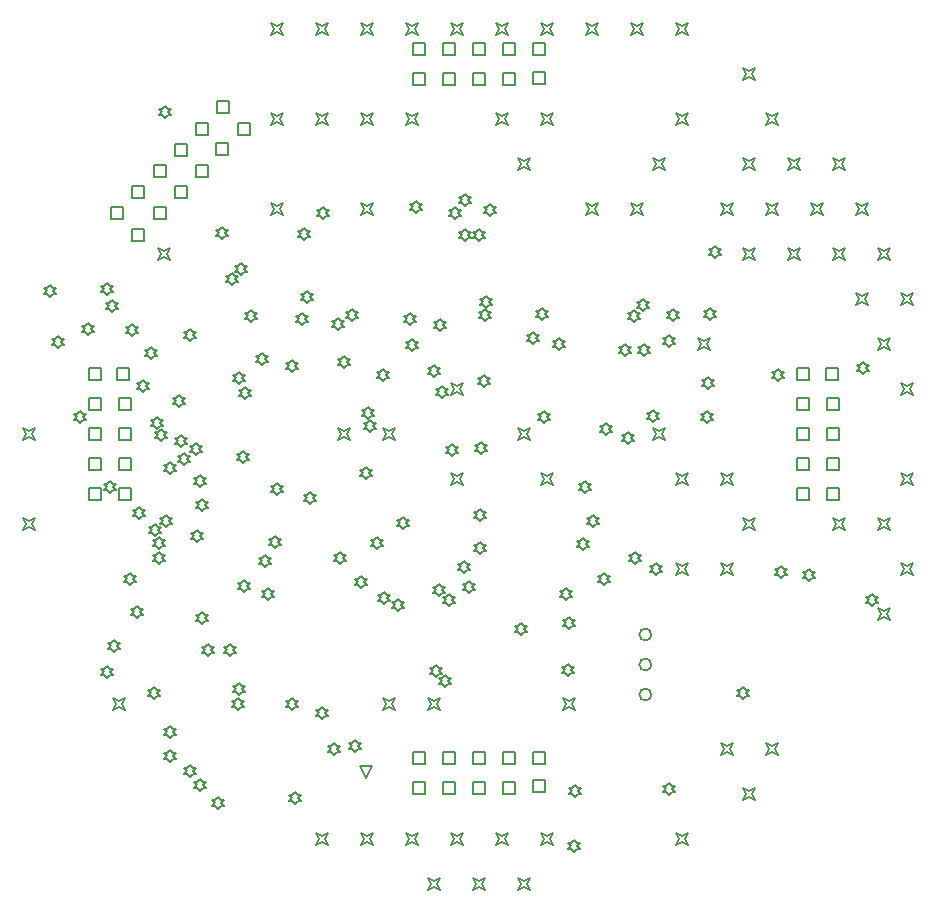
<source format=gbr>
%TF.GenerationSoftware,Altium Limited,Altium Designer,18.1.6 (161)*%
G04 Layer_Color=2752767*
%FSLAX25Y25*%
%MOIN*%
%TF.FileFunction,Drawing*%
%TF.Part,Single*%
G01*
G75*
%TA.AperFunction,NonConductor*%
%ADD93C,0.00500*%
%ADD94C,0.00667*%
D93*
X194850Y292961D02*
Y296961D01*
X198850D01*
Y292961D01*
X194850D01*
Y302961D02*
Y306961D01*
X198850D01*
Y302961D01*
X194850D01*
Y312961D02*
Y316961D01*
X198850D01*
Y312961D01*
X194850D01*
Y322961D02*
Y326961D01*
X198850D01*
Y322961D01*
X194850D01*
X194350Y332961D02*
Y336961D01*
X198350D01*
Y332961D01*
X194350D01*
X184850D02*
Y336961D01*
X188850D01*
Y332961D01*
X184850D01*
Y322961D02*
Y326961D01*
X188850D01*
Y322961D01*
X184850D01*
Y312961D02*
Y316961D01*
X188850D01*
Y312961D01*
X184850D01*
Y302961D02*
Y306961D01*
X188850D01*
Y302961D01*
X184850D01*
Y292961D02*
Y296961D01*
X188850D01*
Y292961D01*
X184850D01*
X421071D02*
Y296961D01*
X425071D01*
Y292961D01*
X421071D01*
Y302961D02*
Y306961D01*
X425071D01*
Y302961D01*
X421071D01*
Y312961D02*
Y316961D01*
X425071D01*
Y312961D01*
X421071D01*
Y322961D02*
Y326961D01*
X425071D01*
Y322961D01*
X421071D01*
Y332961D02*
Y336961D01*
X425071D01*
Y332961D01*
X421071D01*
X430571D02*
Y336961D01*
X434571D01*
Y332961D01*
X430571D01*
X431071Y322961D02*
Y326961D01*
X435071D01*
Y322961D01*
X431071D01*
Y312961D02*
Y316961D01*
X435071D01*
Y312961D01*
X431071D01*
Y302961D02*
Y306961D01*
X435071D01*
Y302961D01*
X431071D01*
Y292961D02*
Y296961D01*
X435071D01*
Y292961D01*
X431071D01*
X277327Y200153D02*
X275327Y204153D01*
X279327D01*
X277327Y200153D01*
X227713Y421713D02*
Y425713D01*
X231713D01*
Y421713D01*
X227713D01*
X234784Y414642D02*
Y418642D01*
X238784D01*
Y414642D01*
X234784D01*
X199429Y379287D02*
Y383287D01*
X203429D01*
Y379287D01*
X199429D01*
X206500Y386358D02*
Y390358D01*
X210500D01*
Y386358D01*
X206500D01*
X213571Y393429D02*
Y397429D01*
X217571D01*
Y393429D01*
X213571D01*
X220642Y400500D02*
Y404500D01*
X224642D01*
Y400500D01*
X220642D01*
X227360Y407925D02*
Y411925D01*
X231360D01*
Y407925D01*
X227360D01*
X220642Y414642D02*
Y418642D01*
X224642D01*
Y414642D01*
X220642D01*
X213571Y407571D02*
Y411571D01*
X217571D01*
Y407571D01*
X213571D01*
X206500Y400500D02*
Y404500D01*
X210500D01*
Y400500D01*
X206500D01*
X199429Y393429D02*
Y397429D01*
X203429D01*
Y393429D01*
X199429D01*
X192358Y386358D02*
Y390358D01*
X196358D01*
Y386358D01*
X192358D01*
X292961Y431071D02*
Y435071D01*
X296961D01*
Y431071D01*
X292961D01*
X302961D02*
Y435071D01*
X306961D01*
Y431071D01*
X302961D01*
X312961D02*
Y435071D01*
X316961D01*
Y431071D01*
X312961D01*
X322961D02*
Y435071D01*
X326961D01*
Y431071D01*
X322961D01*
X332961Y431571D02*
Y435571D01*
X336961D01*
Y431571D01*
X332961D01*
Y441071D02*
Y445071D01*
X336961D01*
Y441071D01*
X332961D01*
X322961D02*
Y445071D01*
X326961D01*
Y441071D01*
X322961D01*
X312961D02*
Y445071D01*
X316961D01*
Y441071D01*
X312961D01*
X302961D02*
Y445071D01*
X306961D01*
Y441071D01*
X302961D01*
X292961D02*
Y445071D01*
X296961D01*
Y441071D01*
X292961D01*
Y194850D02*
Y198850D01*
X296961D01*
Y194850D01*
X292961D01*
X302961D02*
Y198850D01*
X306961D01*
Y194850D01*
X302961D01*
X312961D02*
Y198850D01*
X316961D01*
Y194850D01*
X312961D01*
X322961D02*
Y198850D01*
X326961D01*
Y194850D01*
X322961D01*
X332961Y195350D02*
Y199350D01*
X336961D01*
Y195350D01*
X332961D01*
Y204850D02*
Y208850D01*
X336961D01*
Y204850D01*
X332961D01*
X322961D02*
Y208850D01*
X326961D01*
Y204850D01*
X322961D01*
X312961D02*
Y208850D01*
X316961D01*
Y204850D01*
X312961D01*
X302961D02*
Y208850D01*
X306961D01*
Y204850D01*
X302961D01*
X292961D02*
Y208850D01*
X296961D01*
Y204850D01*
X292961D01*
X203039Y329000D02*
X204039Y330000D01*
X205039D01*
X204039Y331000D01*
X205039Y332000D01*
X204039D01*
X203039Y333000D01*
X202039Y332000D01*
X201039D01*
X202039Y331000D01*
X201039Y330000D01*
X202039D01*
X203039Y329000D01*
X266500Y208000D02*
X267500Y209000D01*
X268500D01*
X267500Y210000D01*
X268500Y211000D01*
X267500D01*
X266500Y212000D01*
X265500Y211000D01*
X264500D01*
X265500Y210000D01*
X264500Y209000D01*
X265500D01*
X266500Y208000D01*
X252500Y223000D02*
X253500Y224000D01*
X254500D01*
X253500Y225000D01*
X254500Y226000D01*
X253500D01*
X252500Y227000D01*
X251500Y226000D01*
X250500D01*
X251500Y225000D01*
X250500Y224000D01*
X251500D01*
X252500Y223000D01*
X262500Y220000D02*
X263500Y221000D01*
X264500D01*
X263500Y222000D01*
X264500Y223000D01*
X263500D01*
X262500Y224000D01*
X261500Y223000D01*
X260500D01*
X261500Y222000D01*
X260500Y221000D01*
X261500D01*
X262500Y220000D01*
X273500Y209000D02*
X274500Y210000D01*
X275500D01*
X274500Y211000D01*
X275500Y212000D01*
X274500D01*
X273500Y213000D01*
X272500Y212000D01*
X271500D01*
X272500Y211000D01*
X271500Y210000D01*
X272500D01*
X273500Y209000D01*
X288000Y256000D02*
X289000Y257000D01*
X290000D01*
X289000Y258000D01*
X290000Y259000D01*
X289000D01*
X288000Y260000D01*
X287000Y259000D01*
X286000D01*
X287000Y258000D01*
X286000Y257000D01*
X287000D01*
X288000Y256000D01*
X378311Y194473D02*
X379311Y195473D01*
X380311D01*
X379311Y196473D01*
X380311Y197473D01*
X379311D01*
X378311Y198473D01*
X377311Y197473D01*
X376311D01*
X377311Y196473D01*
X376311Y195473D01*
X377311D01*
X378311Y194473D01*
X218500Y200654D02*
X219500Y201654D01*
X220500D01*
X219500Y202654D01*
X220500Y203654D01*
X219500D01*
X218500Y204654D01*
X217500Y203654D01*
X216500D01*
X217500Y202654D01*
X216500Y201654D01*
X217500D01*
X218500Y200654D01*
X222000Y196000D02*
X223000Y197000D01*
X224000D01*
X223000Y198000D01*
X224000Y199000D01*
X223000D01*
X222000Y200000D01*
X221000Y199000D01*
X220000D01*
X221000Y198000D01*
X220000Y197000D01*
X221000D01*
X222000Y196000D01*
X228000Y190000D02*
X229000Y191000D01*
X230000D01*
X229000Y192000D01*
X230000Y193000D01*
X229000D01*
X228000Y194000D01*
X227000Y193000D01*
X226000D01*
X227000Y192000D01*
X226000Y191000D01*
X227000D01*
X228000Y190000D01*
X212000Y205500D02*
X213000Y206500D01*
X214000D01*
X213000Y207500D01*
X214000Y208500D01*
X213000D01*
X212000Y209500D01*
X211000Y208500D01*
X210000D01*
X211000Y207500D01*
X210000Y206500D01*
X211000D01*
X212000Y205500D01*
X190851Y233550D02*
X191851Y234550D01*
X192851D01*
X191851Y235550D01*
X192851Y236550D01*
X191851D01*
X190851Y237550D01*
X189851Y236550D01*
X188851D01*
X189851Y235550D01*
X188851Y234550D01*
X189851D01*
X190851Y233550D01*
X193265Y242016D02*
X194265Y243016D01*
X195265D01*
X194265Y244016D01*
X195265Y245016D01*
X194265D01*
X193265Y246016D01*
X192265Y245016D01*
X191265D01*
X192265Y244016D01*
X191265Y243016D01*
X192265D01*
X193265Y242016D01*
X455500Y358000D02*
X456500Y360000D01*
X455500Y362000D01*
X457500Y361000D01*
X459500Y362000D01*
X458500Y360000D01*
X459500Y358000D01*
X457500Y359000D01*
X455500Y358000D01*
X172000Y360500D02*
X173000Y361500D01*
X174000D01*
X173000Y362500D01*
X174000Y363500D01*
X173000D01*
X172000Y364500D01*
X171000Y363500D01*
X170000D01*
X171000Y362500D01*
X170000Y361500D01*
X171000D01*
X172000Y360500D01*
X210418Y420208D02*
X211418Y421208D01*
X212418D01*
X211418Y422208D01*
X212418Y423208D01*
X211418D01*
X210418Y424208D01*
X209418Y423208D01*
X208418D01*
X209418Y422208D01*
X208418Y421208D01*
X209418D01*
X210418Y420208D01*
X182000Y318407D02*
X183000Y319407D01*
X184000D01*
X183000Y320407D01*
X184000Y321407D01*
X183000D01*
X182000Y322407D01*
X181000Y321407D01*
X180000D01*
X181000Y320407D01*
X180000Y319407D01*
X181000D01*
X182000Y318407D01*
X236280Y305055D02*
X237280Y306055D01*
X238280D01*
X237280Y307055D01*
X238280Y308055D01*
X237280D01*
X236280Y309055D01*
X235279Y308055D01*
X234279D01*
X235279Y307055D01*
X234279Y306055D01*
X235279D01*
X236280Y305055D01*
X222642Y251500D02*
X223642Y252500D01*
X224642D01*
X223642Y253500D01*
X224642Y254500D01*
X223642D01*
X222642Y255500D01*
X221642Y254500D01*
X220642D01*
X221642Y253500D01*
X220642Y252500D01*
X221642D01*
X222642Y251500D01*
X208400Y271500D02*
X209400Y272500D01*
X210400D01*
X209400Y273500D01*
X210400Y274500D01*
X209400D01*
X208400Y275500D01*
X207400Y274500D01*
X206400D01*
X207400Y273500D01*
X206400Y272500D01*
X207400D01*
X208400Y271500D01*
X199242Y347500D02*
X200242Y348500D01*
X201242D01*
X200242Y349500D01*
X201242Y350500D01*
X200242D01*
X199242Y351500D01*
X198242Y350500D01*
X197242D01*
X198242Y349500D01*
X197242Y348500D01*
X198242D01*
X199242Y347500D01*
X403000Y226500D02*
X404000Y227500D01*
X405000D01*
X404000Y228500D01*
X405000Y229500D01*
X404000D01*
X403000Y230500D01*
X402000Y229500D01*
X401000D01*
X402000Y228500D01*
X401000Y227500D01*
X402000D01*
X403000Y226500D01*
X446000Y257500D02*
X447000Y258500D01*
X448000D01*
X447000Y259500D01*
X448000Y260500D01*
X447000D01*
X446000Y261500D01*
X445000Y260500D01*
X444000D01*
X445000Y259500D01*
X444000Y258500D01*
X445000D01*
X446000Y257500D01*
X283394Y258280D02*
X284394Y259280D01*
X285394D01*
X284394Y260280D01*
X285394Y261280D01*
X284394D01*
X283394Y262280D01*
X282394Y261280D01*
X281394D01*
X282394Y260280D01*
X281394Y259280D01*
X282394D01*
X283394Y258280D01*
X263000Y386500D02*
X264000Y387500D01*
X265000D01*
X264000Y388500D01*
X265000Y389500D01*
X264000D01*
X263000Y390500D01*
X262000Y389500D01*
X261000D01*
X262000Y388500D01*
X261000Y387500D01*
X262000D01*
X263000Y386500D01*
X256500Y379500D02*
X257500Y380500D01*
X258500D01*
X257500Y381500D01*
X258500Y382500D01*
X257500D01*
X256500Y383500D01*
X255500Y382500D01*
X254500D01*
X255500Y381500D01*
X254500Y380500D01*
X255500D01*
X256500Y379500D01*
X257507Y358500D02*
X258507Y359500D01*
X259507D01*
X258507Y360500D01*
X259507Y361500D01*
X258507D01*
X257507Y362500D01*
X256507Y361500D01*
X255507D01*
X256507Y360500D01*
X255507Y359500D01*
X256507D01*
X257507Y358500D01*
X329000Y248000D02*
X330000Y249000D01*
X331000D01*
X330000Y250000D01*
X331000Y251000D01*
X330000D01*
X329000Y252000D01*
X328000Y251000D01*
X327000D01*
X328000Y250000D01*
X327000Y249000D01*
X328000D01*
X329000Y248000D01*
X234500Y223000D02*
X235500Y224000D01*
X236500D01*
X235500Y225000D01*
X236500Y226000D01*
X235500D01*
X234500Y227000D01*
X233500Y226000D01*
X232500D01*
X233500Y225000D01*
X232500Y224000D01*
X233500D01*
X234500Y223000D01*
X347000Y193693D02*
X348000Y194693D01*
X349000D01*
X348000Y195693D01*
X349000Y196693D01*
X348000D01*
X347000Y197693D01*
X346000Y196693D01*
X345000D01*
X346000Y195693D01*
X345000Y194693D01*
X346000D01*
X347000Y193693D01*
X300500Y234000D02*
X301500Y235000D01*
X302500D01*
X301500Y236000D01*
X302500Y237000D01*
X301500D01*
X300500Y238000D01*
X299500Y237000D01*
X298500D01*
X299500Y236000D01*
X298500Y235000D01*
X299500D01*
X300500Y234000D01*
X303500Y230500D02*
X304500Y231500D01*
X305500D01*
X304500Y232500D01*
X305500Y233500D01*
X304500D01*
X303500Y234500D01*
X302500Y233500D01*
X301500D01*
X302500Y232500D01*
X301500Y231500D01*
X302500D01*
X303500Y230500D01*
X425000Y266000D02*
X426000Y267000D01*
X427000D01*
X426000Y268000D01*
X427000Y269000D01*
X426000D01*
X425000Y270000D01*
X424000Y269000D01*
X423000D01*
X424000Y268000D01*
X423000Y267000D01*
X424000D01*
X425000Y266000D01*
X415500Y266921D02*
X416500Y267921D01*
X417500D01*
X416500Y268921D01*
X417500Y269921D01*
X416500D01*
X415500Y270921D01*
X414500Y269921D01*
X413500D01*
X414500Y268921D01*
X413500Y267921D01*
X414500D01*
X415500Y266921D01*
X235000Y228000D02*
X236000Y229000D01*
X237000D01*
X236000Y230000D01*
X237000Y231000D01*
X236000D01*
X235000Y232000D01*
X234000Y231000D01*
X233000D01*
X234000Y230000D01*
X233000Y229000D01*
X234000D01*
X235000Y228000D01*
X344500Y234250D02*
X345500Y235250D01*
X346500D01*
X345500Y236250D01*
X346500Y237250D01*
X345500D01*
X344500Y238250D01*
X343500Y237250D01*
X342500D01*
X343500Y236250D01*
X342500Y235250D01*
X343500D01*
X344500Y234250D01*
X374000Y268000D02*
X375000Y269000D01*
X376000D01*
X375000Y270000D01*
X376000Y271000D01*
X375000D01*
X374000Y272000D01*
X373000Y271000D01*
X372000D01*
X373000Y270000D01*
X372000Y269000D01*
X373000D01*
X374000Y268000D01*
X236500Y262244D02*
X237500Y263244D01*
X238500D01*
X237500Y264244D01*
X238500Y265244D01*
X237500D01*
X236500Y266244D01*
X235500Y265244D01*
X234500D01*
X235500Y264244D01*
X234500Y263244D01*
X235500D01*
X236500Y262244D01*
X205500Y340000D02*
X206500Y341000D01*
X207500D01*
X206500Y342000D01*
X207500Y343000D01*
X206500D01*
X205500Y344000D01*
X204500Y343000D01*
X203500D01*
X204500Y342000D01*
X203500Y341000D01*
X204500D01*
X205500Y340000D01*
X201677Y286442D02*
X202677Y287442D01*
X203678D01*
X202677Y288442D01*
X203678Y289442D01*
X202677D01*
X201677Y290442D01*
X200677Y289442D01*
X199678D01*
X200677Y288442D01*
X199678Y287442D01*
X200677D01*
X201677Y286442D01*
X222082Y297220D02*
X223082Y298220D01*
X224082D01*
X223082Y299220D01*
X224082Y300220D01*
X223082D01*
X222082Y301220D01*
X221082Y300220D01*
X220082D01*
X221082Y299220D01*
X220082Y298220D01*
X221082D01*
X222082Y297220D01*
X222500Y289338D02*
X223500Y290338D01*
X224500D01*
X223500Y291338D01*
X224500Y292338D01*
X223500D01*
X222500Y293338D01*
X221500Y292338D01*
X220500D01*
X221500Y291338D01*
X220500Y290338D01*
X221500D01*
X222500Y289338D01*
X224500Y241000D02*
X225500Y242000D01*
X226500D01*
X225500Y243000D01*
X226500Y244000D01*
X225500D01*
X224500Y245000D01*
X223500Y244000D01*
X222500D01*
X223500Y243000D01*
X222500Y242000D01*
X223500D01*
X224500Y241000D01*
X232000D02*
X233000Y242000D01*
X234000D01*
X233000Y243000D01*
X234000Y244000D01*
X233000D01*
X232000Y245000D01*
X231000Y244000D01*
X230000D01*
X231000Y243000D01*
X230000Y242000D01*
X231000D01*
X232000Y241000D01*
X218500Y346000D02*
X219500Y347000D01*
X220500D01*
X219500Y348000D01*
X220500Y349000D01*
X219500D01*
X218500Y350000D01*
X217500Y349000D01*
X216500D01*
X217500Y348000D01*
X216500Y347000D01*
X217500D01*
X218500Y346000D01*
X300052Y334000D02*
X301052Y335000D01*
X302052D01*
X301052Y336000D01*
X302052Y337000D01*
X301052D01*
X300052Y338000D01*
X299052Y337000D01*
X298052D01*
X299052Y336000D01*
X298052Y335000D01*
X299052D01*
X300052Y334000D01*
X268000Y349631D02*
X269000Y350631D01*
X270000D01*
X269000Y351631D01*
X270000Y352631D01*
X269000D01*
X268000Y353631D01*
X267000Y352631D01*
X266000D01*
X267000Y351631D01*
X266000Y350631D01*
X267000D01*
X268000Y349631D01*
X191000Y361315D02*
X192000Y362315D01*
X193000D01*
X192000Y363315D01*
X193000Y364315D01*
X192000D01*
X191000Y365315D01*
X190000Y364315D01*
X189000D01*
X190000Y363315D01*
X189000Y362315D01*
X190000D01*
X191000Y361315D01*
X192500Y355500D02*
X193500Y356500D01*
X194500D01*
X193500Y357500D01*
X194500Y358500D01*
X193500D01*
X192500Y359500D01*
X191500Y358500D01*
X190500D01*
X191500Y357500D01*
X190500Y356500D01*
X191500D01*
X192500Y355500D01*
X253500Y191461D02*
X254500Y192461D01*
X255500D01*
X254500Y193461D01*
X255500Y194461D01*
X254500D01*
X253500Y195461D01*
X252500Y194461D01*
X251500D01*
X252500Y193461D01*
X251500Y192461D01*
X252500D01*
X253500Y191461D01*
X357252Y314500D02*
X358252Y315500D01*
X359252D01*
X358252Y316500D01*
X359252Y317500D01*
X358252D01*
X357252Y318500D01*
X356252Y317500D01*
X355252D01*
X356252Y316500D01*
X355252Y315500D01*
X356252D01*
X357252Y314500D01*
X356500Y264500D02*
X357500Y265500D01*
X358500D01*
X357500Y266500D01*
X358500Y267500D01*
X357500D01*
X356500Y268500D01*
X355500Y267500D01*
X354500D01*
X355500Y266500D01*
X354500Y265500D01*
X355500D01*
X356500Y264500D01*
X292000Y351095D02*
X293000Y352095D01*
X294000D01*
X293000Y353095D01*
X294000Y354095D01*
X293000D01*
X292000Y355095D01*
X291000Y354095D01*
X290000D01*
X291000Y353095D01*
X290000Y352095D01*
X291000D01*
X292000Y351095D01*
X302000Y349189D02*
X303000Y350189D01*
X304000D01*
X303000Y351189D01*
X304000Y352189D01*
X303000D01*
X302000Y353189D01*
X301000Y352189D01*
X300000D01*
X301000Y351189D01*
X300000Y350189D01*
X301000D01*
X302000Y349189D01*
X448000Y373000D02*
X449000Y375000D01*
X448000Y377000D01*
X450000Y376000D01*
X452000Y377000D01*
X451000Y375000D01*
X452000Y373000D01*
X450000Y374000D01*
X448000Y373000D01*
Y343000D02*
X449000Y345000D01*
X448000Y347000D01*
X450000Y346000D01*
X452000Y347000D01*
X451000Y345000D01*
X452000Y343000D01*
X450000Y344000D01*
X448000Y343000D01*
X455500Y328000D02*
X456500Y330000D01*
X455500Y332000D01*
X457500Y331000D01*
X459500Y332000D01*
X458500Y330000D01*
X459500Y328000D01*
X457500Y329000D01*
X455500Y328000D01*
Y298000D02*
X456500Y300000D01*
X455500Y302000D01*
X457500Y301000D01*
X459500Y302000D01*
X458500Y300000D01*
X459500Y298000D01*
X457500Y299000D01*
X455500Y298000D01*
X448000Y283000D02*
X449000Y285000D01*
X448000Y287000D01*
X450000Y286000D01*
X452000Y287000D01*
X451000Y285000D01*
X452000Y283000D01*
X450000Y284000D01*
X448000Y283000D01*
X455500Y268000D02*
X456500Y270000D01*
X455500Y272000D01*
X457500Y271000D01*
X459500Y272000D01*
X458500Y270000D01*
X459500Y268000D01*
X457500Y269000D01*
X455500Y268000D01*
X448000Y253000D02*
X449000Y255000D01*
X448000Y257000D01*
X450000Y256000D01*
X452000Y257000D01*
X451000Y255000D01*
X452000Y253000D01*
X450000Y254000D01*
X448000Y253000D01*
X433000Y403000D02*
X434000Y405000D01*
X433000Y407000D01*
X435000Y406000D01*
X437000Y407000D01*
X436000Y405000D01*
X437000Y403000D01*
X435000Y404000D01*
X433000Y403000D01*
X440500Y388000D02*
X441500Y390000D01*
X440500Y392000D01*
X442500Y391000D01*
X444500Y392000D01*
X443500Y390000D01*
X444500Y388000D01*
X442500Y389000D01*
X440500Y388000D01*
X433000Y373000D02*
X434000Y375000D01*
X433000Y377000D01*
X435000Y376000D01*
X437000Y377000D01*
X436000Y375000D01*
X437000Y373000D01*
X435000Y374000D01*
X433000Y373000D01*
X440500Y358000D02*
X441500Y360000D01*
X440500Y362000D01*
X442500Y361000D01*
X444500Y362000D01*
X443500Y360000D01*
X444500Y358000D01*
X442500Y359000D01*
X440500Y358000D01*
X433000Y283000D02*
X434000Y285000D01*
X433000Y287000D01*
X435000Y286000D01*
X437000Y287000D01*
X436000Y285000D01*
X437000Y283000D01*
X435000Y284000D01*
X433000Y283000D01*
X418000Y403000D02*
X419000Y405000D01*
X418000Y407000D01*
X420000Y406000D01*
X422000Y407000D01*
X421000Y405000D01*
X422000Y403000D01*
X420000Y404000D01*
X418000Y403000D01*
X425500Y388000D02*
X426500Y390000D01*
X425500Y392000D01*
X427500Y391000D01*
X429500Y392000D01*
X428500Y390000D01*
X429500Y388000D01*
X427500Y389000D01*
X425500Y388000D01*
X418000Y373000D02*
X419000Y375000D01*
X418000Y377000D01*
X420000Y376000D01*
X422000Y377000D01*
X421000Y375000D01*
X422000Y373000D01*
X420000Y374000D01*
X418000Y373000D01*
X403000Y433000D02*
X404000Y435000D01*
X403000Y437000D01*
X405000Y436000D01*
X407000Y437000D01*
X406000Y435000D01*
X407000Y433000D01*
X405000Y434000D01*
X403000Y433000D01*
X410500Y418000D02*
X411500Y420000D01*
X410500Y422000D01*
X412500Y421000D01*
X414500Y422000D01*
X413500Y420000D01*
X414500Y418000D01*
X412500Y419000D01*
X410500Y418000D01*
X403000Y403000D02*
X404000Y405000D01*
X403000Y407000D01*
X405000Y406000D01*
X407000Y407000D01*
X406000Y405000D01*
X407000Y403000D01*
X405000Y404000D01*
X403000Y403000D01*
X410500Y388000D02*
X411500Y390000D01*
X410500Y392000D01*
X412500Y391000D01*
X414500Y392000D01*
X413500Y390000D01*
X414500Y388000D01*
X412500Y389000D01*
X410500Y388000D01*
X403000Y373000D02*
X404000Y375000D01*
X403000Y377000D01*
X405000Y376000D01*
X407000Y377000D01*
X406000Y375000D01*
X407000Y373000D01*
X405000Y374000D01*
X403000Y373000D01*
Y283000D02*
X404000Y285000D01*
X403000Y287000D01*
X405000Y286000D01*
X407000Y287000D01*
X406000Y285000D01*
X407000Y283000D01*
X405000Y284000D01*
X403000Y283000D01*
X410500Y208000D02*
X411500Y210000D01*
X410500Y212000D01*
X412500Y211000D01*
X414500Y212000D01*
X413500Y210000D01*
X414500Y208000D01*
X412500Y209000D01*
X410500Y208000D01*
X403000Y193000D02*
X404000Y195000D01*
X403000Y197000D01*
X405000Y196000D01*
X407000Y197000D01*
X406000Y195000D01*
X407000Y193000D01*
X405000Y194000D01*
X403000Y193000D01*
X395500Y388000D02*
X396500Y390000D01*
X395500Y392000D01*
X397500Y391000D01*
X399500Y392000D01*
X398500Y390000D01*
X399500Y388000D01*
X397500Y389000D01*
X395500Y388000D01*
X388000Y343000D02*
X389000Y345000D01*
X388000Y347000D01*
X390000Y346000D01*
X392000Y347000D01*
X391000Y345000D01*
X392000Y343000D01*
X390000Y344000D01*
X388000Y343000D01*
X395500Y298000D02*
X396500Y300000D01*
X395500Y302000D01*
X397500Y301000D01*
X399500Y302000D01*
X398500Y300000D01*
X399500Y298000D01*
X397500Y299000D01*
X395500Y298000D01*
Y268000D02*
X396500Y270000D01*
X395500Y272000D01*
X397500Y271000D01*
X399500Y272000D01*
X398500Y270000D01*
X399500Y268000D01*
X397500Y269000D01*
X395500Y268000D01*
Y208000D02*
X396500Y210000D01*
X395500Y212000D01*
X397500Y211000D01*
X399500Y212000D01*
X398500Y210000D01*
X399500Y208000D01*
X397500Y209000D01*
X395500Y208000D01*
X380500Y448000D02*
X381500Y450000D01*
X380500Y452000D01*
X382500Y451000D01*
X384500Y452000D01*
X383500Y450000D01*
X384500Y448000D01*
X382500Y449000D01*
X380500Y448000D01*
Y418000D02*
X381500Y420000D01*
X380500Y422000D01*
X382500Y421000D01*
X384500Y422000D01*
X383500Y420000D01*
X384500Y418000D01*
X382500Y419000D01*
X380500Y418000D01*
X373000Y403000D02*
X374000Y405000D01*
X373000Y407000D01*
X375000Y406000D01*
X377000Y407000D01*
X376000Y405000D01*
X377000Y403000D01*
X375000Y404000D01*
X373000Y403000D01*
Y313000D02*
X374000Y315000D01*
X373000Y317000D01*
X375000Y316000D01*
X377000Y317000D01*
X376000Y315000D01*
X377000Y313000D01*
X375000Y314000D01*
X373000Y313000D01*
X380500Y298000D02*
X381500Y300000D01*
X380500Y302000D01*
X382500Y301000D01*
X384500Y302000D01*
X383500Y300000D01*
X384500Y298000D01*
X382500Y299000D01*
X380500Y298000D01*
Y268000D02*
X381500Y270000D01*
X380500Y272000D01*
X382500Y271000D01*
X384500Y272000D01*
X383500Y270000D01*
X384500Y268000D01*
X382500Y269000D01*
X380500Y268000D01*
Y178000D02*
X381500Y180000D01*
X380500Y182000D01*
X382500Y181000D01*
X384500Y182000D01*
X383500Y180000D01*
X384500Y178000D01*
X382500Y179000D01*
X380500Y178000D01*
X365500Y448000D02*
X366500Y450000D01*
X365500Y452000D01*
X367500Y451000D01*
X369500Y452000D01*
X368500Y450000D01*
X369500Y448000D01*
X367500Y449000D01*
X365500Y448000D01*
Y388000D02*
X366500Y390000D01*
X365500Y392000D01*
X367500Y391000D01*
X369500Y392000D01*
X368500Y390000D01*
X369500Y388000D01*
X367500Y389000D01*
X365500Y388000D01*
X350500Y448000D02*
X351500Y450000D01*
X350500Y452000D01*
X352500Y451000D01*
X354500Y452000D01*
X353500Y450000D01*
X354500Y448000D01*
X352500Y449000D01*
X350500Y448000D01*
Y388000D02*
X351500Y390000D01*
X350500Y392000D01*
X352500Y391000D01*
X354500Y392000D01*
X353500Y390000D01*
X354500Y388000D01*
X352500Y389000D01*
X350500Y388000D01*
X343000Y223000D02*
X344000Y225000D01*
X343000Y227000D01*
X345000Y226000D01*
X347000Y227000D01*
X346000Y225000D01*
X347000Y223000D01*
X345000Y224000D01*
X343000Y223000D01*
X335500Y448000D02*
X336500Y450000D01*
X335500Y452000D01*
X337500Y451000D01*
X339500Y452000D01*
X338500Y450000D01*
X339500Y448000D01*
X337500Y449000D01*
X335500Y448000D01*
Y418000D02*
X336500Y420000D01*
X335500Y422000D01*
X337500Y421000D01*
X339500Y422000D01*
X338500Y420000D01*
X339500Y418000D01*
X337500Y419000D01*
X335500Y418000D01*
X328000Y403000D02*
X329000Y405000D01*
X328000Y407000D01*
X330000Y406000D01*
X332000Y407000D01*
X331000Y405000D01*
X332000Y403000D01*
X330000Y404000D01*
X328000Y403000D01*
Y313000D02*
X329000Y315000D01*
X328000Y317000D01*
X330000Y316000D01*
X332000Y317000D01*
X331000Y315000D01*
X332000Y313000D01*
X330000Y314000D01*
X328000Y313000D01*
X335500Y298000D02*
X336500Y300000D01*
X335500Y302000D01*
X337500Y301000D01*
X339500Y302000D01*
X338500Y300000D01*
X339500Y298000D01*
X337500Y299000D01*
X335500Y298000D01*
Y178000D02*
X336500Y180000D01*
X335500Y182000D01*
X337500Y181000D01*
X339500Y182000D01*
X338500Y180000D01*
X339500Y178000D01*
X337500Y179000D01*
X335500Y178000D01*
X328000Y163000D02*
X329000Y165000D01*
X328000Y167000D01*
X330000Y166000D01*
X332000Y167000D01*
X331000Y165000D01*
X332000Y163000D01*
X330000Y164000D01*
X328000Y163000D01*
X320500Y448000D02*
X321500Y450000D01*
X320500Y452000D01*
X322500Y451000D01*
X324500Y452000D01*
X323500Y450000D01*
X324500Y448000D01*
X322500Y449000D01*
X320500Y448000D01*
Y418000D02*
X321500Y420000D01*
X320500Y422000D01*
X322500Y421000D01*
X324500Y422000D01*
X323500Y420000D01*
X324500Y418000D01*
X322500Y419000D01*
X320500Y418000D01*
Y178000D02*
X321500Y180000D01*
X320500Y182000D01*
X322500Y181000D01*
X324500Y182000D01*
X323500Y180000D01*
X324500Y178000D01*
X322500Y179000D01*
X320500Y178000D01*
X313000Y163000D02*
X314000Y165000D01*
X313000Y167000D01*
X315000Y166000D01*
X317000Y167000D01*
X316000Y165000D01*
X317000Y163000D01*
X315000Y164000D01*
X313000Y163000D01*
X305500Y448000D02*
X306500Y450000D01*
X305500Y452000D01*
X307500Y451000D01*
X309500Y452000D01*
X308500Y450000D01*
X309500Y448000D01*
X307500Y449000D01*
X305500Y448000D01*
Y328000D02*
X306500Y330000D01*
X305500Y332000D01*
X307500Y331000D01*
X309500Y332000D01*
X308500Y330000D01*
X309500Y328000D01*
X307500Y329000D01*
X305500Y328000D01*
Y298000D02*
X306500Y300000D01*
X305500Y302000D01*
X307500Y301000D01*
X309500Y302000D01*
X308500Y300000D01*
X309500Y298000D01*
X307500Y299000D01*
X305500Y298000D01*
X298000Y223000D02*
X299000Y225000D01*
X298000Y227000D01*
X300000Y226000D01*
X302000Y227000D01*
X301000Y225000D01*
X302000Y223000D01*
X300000Y224000D01*
X298000Y223000D01*
X305500Y178000D02*
X306500Y180000D01*
X305500Y182000D01*
X307500Y181000D01*
X309500Y182000D01*
X308500Y180000D01*
X309500Y178000D01*
X307500Y179000D01*
X305500Y178000D01*
X298000Y163000D02*
X299000Y165000D01*
X298000Y167000D01*
X300000Y166000D01*
X302000Y167000D01*
X301000Y165000D01*
X302000Y163000D01*
X300000Y164000D01*
X298000Y163000D01*
X290500Y448000D02*
X291500Y450000D01*
X290500Y452000D01*
X292500Y451000D01*
X294500Y452000D01*
X293500Y450000D01*
X294500Y448000D01*
X292500Y449000D01*
X290500Y448000D01*
Y418000D02*
X291500Y420000D01*
X290500Y422000D01*
X292500Y421000D01*
X294500Y422000D01*
X293500Y420000D01*
X294500Y418000D01*
X292500Y419000D01*
X290500Y418000D01*
X283000Y313000D02*
X284000Y315000D01*
X283000Y317000D01*
X285000Y316000D01*
X287000Y317000D01*
X286000Y315000D01*
X287000Y313000D01*
X285000Y314000D01*
X283000Y313000D01*
Y223000D02*
X284000Y225000D01*
X283000Y227000D01*
X285000Y226000D01*
X287000Y227000D01*
X286000Y225000D01*
X287000Y223000D01*
X285000Y224000D01*
X283000Y223000D01*
X290500Y178000D02*
X291500Y180000D01*
X290500Y182000D01*
X292500Y181000D01*
X294500Y182000D01*
X293500Y180000D01*
X294500Y178000D01*
X292500Y179000D01*
X290500Y178000D01*
X275500Y448000D02*
X276500Y450000D01*
X275500Y452000D01*
X277500Y451000D01*
X279500Y452000D01*
X278500Y450000D01*
X279500Y448000D01*
X277500Y449000D01*
X275500Y448000D01*
Y418000D02*
X276500Y420000D01*
X275500Y422000D01*
X277500Y421000D01*
X279500Y422000D01*
X278500Y420000D01*
X279500Y418000D01*
X277500Y419000D01*
X275500Y418000D01*
Y388000D02*
X276500Y390000D01*
X275500Y392000D01*
X277500Y391000D01*
X279500Y392000D01*
X278500Y390000D01*
X279500Y388000D01*
X277500Y389000D01*
X275500Y388000D01*
X268000Y313000D02*
X269000Y315000D01*
X268000Y317000D01*
X270000Y316000D01*
X272000Y317000D01*
X271000Y315000D01*
X272000Y313000D01*
X270000Y314000D01*
X268000Y313000D01*
X275500Y178000D02*
X276500Y180000D01*
X275500Y182000D01*
X277500Y181000D01*
X279500Y182000D01*
X278500Y180000D01*
X279500Y178000D01*
X277500Y179000D01*
X275500Y178000D01*
X260500Y448000D02*
X261500Y450000D01*
X260500Y452000D01*
X262500Y451000D01*
X264500Y452000D01*
X263500Y450000D01*
X264500Y448000D01*
X262500Y449000D01*
X260500Y448000D01*
Y418000D02*
X261500Y420000D01*
X260500Y422000D01*
X262500Y421000D01*
X264500Y422000D01*
X263500Y420000D01*
X264500Y418000D01*
X262500Y419000D01*
X260500Y418000D01*
Y178000D02*
X261500Y180000D01*
X260500Y182000D01*
X262500Y181000D01*
X264500Y182000D01*
X263500Y180000D01*
X264500Y178000D01*
X262500Y179000D01*
X260500Y178000D01*
X245500Y448000D02*
X246500Y450000D01*
X245500Y452000D01*
X247500Y451000D01*
X249500Y452000D01*
X248500Y450000D01*
X249500Y448000D01*
X247500Y449000D01*
X245500Y448000D01*
Y418000D02*
X246500Y420000D01*
X245500Y422000D01*
X247500Y421000D01*
X249500Y422000D01*
X248500Y420000D01*
X249500Y418000D01*
X247500Y419000D01*
X245500Y418000D01*
Y388000D02*
X246500Y390000D01*
X245500Y392000D01*
X247500Y391000D01*
X249500Y392000D01*
X248500Y390000D01*
X249500Y388000D01*
X247500Y389000D01*
X245500Y388000D01*
X208000Y373000D02*
X209000Y375000D01*
X208000Y377000D01*
X210000Y376000D01*
X212000Y377000D01*
X211000Y375000D01*
X212000Y373000D01*
X210000Y374000D01*
X208000Y373000D01*
X193000Y223000D02*
X194000Y225000D01*
X193000Y227000D01*
X195000Y226000D01*
X197000Y227000D01*
X196000Y225000D01*
X197000Y223000D01*
X195000Y224000D01*
X193000Y223000D01*
X163000Y313000D02*
X164000Y315000D01*
X163000Y317000D01*
X165000Y316000D01*
X167000Y317000D01*
X166000Y315000D01*
X167000Y313000D01*
X165000Y314000D01*
X163000Y313000D01*
Y283000D02*
X164000Y285000D01*
X163000Y287000D01*
X165000Y286000D01*
X167000Y287000D01*
X166000Y285000D01*
X167000Y283000D01*
X165000Y284000D01*
X163000Y283000D01*
X208400Y276500D02*
X209400Y277500D01*
X210400D01*
X209400Y278500D01*
X210400Y279500D01*
X209400D01*
X208400Y280500D01*
X207400Y279500D01*
X206400D01*
X207400Y278500D01*
X206400Y277500D01*
X207400D01*
X208400Y276500D01*
X192000Y295244D02*
X193000Y296244D01*
X194000D01*
X193000Y297244D01*
X194000Y298244D01*
X193000D01*
X192000Y299244D01*
X191000Y298244D01*
X190000D01*
X191000Y297244D01*
X190000Y296244D01*
X191000D01*
X192000Y295244D01*
X268650Y271500D02*
X269650Y272500D01*
X270650D01*
X269650Y273500D01*
X270650Y274500D01*
X269650D01*
X268650Y275500D01*
X267650Y274500D01*
X266650D01*
X267650Y273500D01*
X266650Y272500D01*
X267650D01*
X268650Y271500D01*
X277217Y300000D02*
X278217Y301000D01*
X279217D01*
X278217Y302000D01*
X279217Y303000D01*
X278217D01*
X277217Y304000D01*
X276217Y303000D01*
X275217D01*
X276217Y302000D01*
X275217Y301000D01*
X276217D01*
X277217Y300000D01*
X247000Y277000D02*
X248000Y278000D01*
X249000D01*
X248000Y279000D01*
X249000Y280000D01*
X248000D01*
X247000Y281000D01*
X246000Y280000D01*
X245000D01*
X246000Y279000D01*
X245000Y278000D01*
X246000D01*
X247000Y277000D01*
X243500Y270500D02*
X244500Y271500D01*
X245500D01*
X244500Y272500D01*
X245500Y273500D01*
X244500D01*
X243500Y274500D01*
X242500Y273500D01*
X241500D01*
X242500Y272500D01*
X241500Y271500D01*
X242500D01*
X243500Y270500D01*
X443000Y335000D02*
X444000Y336000D01*
X445000D01*
X444000Y337000D01*
X445000Y338000D01*
X444000D01*
X443000Y339000D01*
X442000Y338000D01*
X441000D01*
X442000Y337000D01*
X441000Y336000D01*
X442000D01*
X443000Y335000D01*
X311500Y261744D02*
X312500Y262744D01*
X313500D01*
X312500Y263744D01*
X313500Y264744D01*
X312500D01*
X311500Y265744D01*
X310500Y264744D01*
X309500D01*
X310500Y263744D01*
X309500Y262744D01*
X310500D01*
X311500Y261744D01*
X310000Y268500D02*
X311000Y269500D01*
X312000D01*
X311000Y270500D01*
X312000Y271500D01*
X311000D01*
X310000Y272500D01*
X309000Y271500D01*
X308000D01*
X309000Y270500D01*
X308000Y269500D01*
X309000D01*
X310000Y268500D01*
X275500Y263500D02*
X276500Y264500D01*
X277500D01*
X276500Y265500D01*
X277500Y266500D01*
X276500D01*
X275500Y267500D01*
X274500Y266500D01*
X273500D01*
X274500Y265500D01*
X273500Y264500D01*
X274500D01*
X275500Y263500D01*
X393500Y373500D02*
X394500Y374500D01*
X395500D01*
X394500Y375500D01*
X395500Y376500D01*
X394500D01*
X393500Y377500D01*
X392500Y376500D01*
X391500D01*
X392500Y375500D01*
X391500Y374500D01*
X392500D01*
X393500Y373500D01*
X215000Y324000D02*
X216000Y325000D01*
X217000D01*
X216000Y326000D01*
X217000Y327000D01*
X216000D01*
X215000Y328000D01*
X214000Y327000D01*
X213000D01*
X214000Y326000D01*
X213000Y325000D01*
X214000D01*
X215000Y324000D01*
X174500Y343480D02*
X175500Y344480D01*
X176500D01*
X175500Y345480D01*
X176500Y346480D01*
X175500D01*
X174500Y347480D01*
X173500Y346480D01*
X172500D01*
X173500Y345480D01*
X172500Y344480D01*
X173500D01*
X174500Y343480D01*
X198500Y264500D02*
X199500Y265500D01*
X200500D01*
X199500Y266500D01*
X200500Y267500D01*
X199500D01*
X198500Y268500D01*
X197500Y267500D01*
X196500D01*
X197500Y266500D01*
X196500Y265500D01*
X197500D01*
X198500Y264500D01*
X206500Y226500D02*
X207500Y227500D01*
X208500D01*
X207500Y228500D01*
X208500Y229500D01*
X207500D01*
X206500Y230500D01*
X205500Y229500D01*
X204500D01*
X205500Y228500D01*
X204500Y227500D01*
X205500D01*
X206500Y226500D01*
X221000Y279000D02*
X222000Y280000D01*
X223000D01*
X222000Y281000D01*
X223000Y282000D01*
X222000D01*
X221000Y283000D01*
X220000Y282000D01*
X219000D01*
X220000Y281000D01*
X219000Y280000D01*
X220000D01*
X221000Y279000D01*
X201000Y253500D02*
X202000Y254500D01*
X203000D01*
X202000Y255500D01*
X203000Y256500D01*
X202000D01*
X201000Y257500D01*
X200000Y256500D01*
X199000D01*
X200000Y255500D01*
X199000Y254500D01*
X200000D01*
X201000Y253500D01*
X344000Y259346D02*
X345000Y260346D01*
X346000D01*
X345000Y261346D01*
X346000Y262346D01*
X345000D01*
X344000Y263346D01*
X343000Y262346D01*
X342000D01*
X343000Y261346D01*
X342000Y260346D01*
X343000D01*
X344000Y259346D01*
X278500Y315500D02*
X279500Y316500D01*
X280500D01*
X279500Y317500D01*
X280500Y318500D01*
X279500D01*
X278500Y319500D01*
X277500Y318500D01*
X276500D01*
X277500Y317500D01*
X276500Y316500D01*
X277500D01*
X278500Y315500D01*
X207500Y316500D02*
X208500Y317500D01*
X209500D01*
X208500Y318500D01*
X209500Y319500D01*
X208500D01*
X207500Y320500D01*
X206500Y319500D01*
X205500D01*
X206500Y318500D01*
X205500Y317500D01*
X206500D01*
X207500Y316500D01*
X209000Y312500D02*
X210000Y313500D01*
X211000D01*
X210000Y314500D01*
X211000Y315500D01*
X210000D01*
X209000Y316500D01*
X208000Y315500D01*
X207000D01*
X208000Y314500D01*
X207000Y313500D01*
X208000D01*
X209000Y312500D01*
X278000Y320000D02*
X279000Y321000D01*
X280000D01*
X279000Y322000D01*
X280000Y323000D01*
X279000D01*
X278000Y324000D01*
X277000Y323000D01*
X276000D01*
X277000Y322000D01*
X276000Y321000D01*
X277000D01*
X278000Y320000D01*
X305000Y257500D02*
X306000Y258500D01*
X307000D01*
X306000Y259500D01*
X307000Y260500D01*
X306000D01*
X305000Y261500D01*
X304000Y260500D01*
X303000D01*
X304000Y259500D01*
X303000Y258500D01*
X304000D01*
X305000Y257500D01*
X256000Y351095D02*
X257000Y352095D01*
X258000D01*
X257000Y353095D01*
X258000Y354095D01*
X257000D01*
X256000Y355095D01*
X255000Y354095D01*
X254000D01*
X255000Y353095D01*
X254000Y352095D01*
X255000D01*
X256000Y351095D01*
X212000Y213500D02*
X213000Y214500D01*
X214000D01*
X213000Y215500D01*
X214000Y216500D01*
X213000D01*
X212000Y217500D01*
X211000Y216500D01*
X210000D01*
X211000Y215500D01*
X210000Y214500D01*
X211000D01*
X212000Y213500D01*
X294000Y388500D02*
X295000Y389500D01*
X296000D01*
X295000Y390500D01*
X296000Y391500D01*
X295000D01*
X294000Y392500D01*
X293000Y391500D01*
X292000D01*
X293000Y390500D01*
X292000Y389500D01*
X293000D01*
X294000Y388500D01*
X310201Y379201D02*
X311201Y380201D01*
X312201D01*
X311201Y381201D01*
X312201Y382201D01*
X311201D01*
X310201Y383201D01*
X309201Y382201D01*
X308201D01*
X309201Y381201D01*
X308201Y380201D01*
X309201D01*
X310201Y379201D01*
X272500Y352543D02*
X273500Y353543D01*
X274500D01*
X273500Y354543D01*
X274500Y355543D01*
X273500D01*
X272500Y356543D01*
X271500Y355543D01*
X270500D01*
X271500Y354543D01*
X270500Y353543D01*
X271500D01*
X272500Y352543D01*
X317158Y357000D02*
X318158Y358000D01*
X319158D01*
X318158Y359000D01*
X319158Y360000D01*
X318158D01*
X317158Y361000D01*
X316158Y360000D01*
X315158D01*
X316158Y359000D01*
X315158Y358000D01*
X316158D01*
X317158Y357000D01*
X314961Y379201D02*
X315961Y380201D01*
X316961D01*
X315961Y381201D01*
X316961Y382201D01*
X315961D01*
X314961Y383201D01*
X313961Y382201D01*
X312961D01*
X313961Y381201D01*
X312961Y380201D01*
X313961D01*
X314961Y379201D01*
X318500Y387500D02*
X319500Y388500D01*
X320500D01*
X319500Y389500D01*
X320500Y390500D01*
X319500D01*
X318500Y391500D01*
X317500Y390500D01*
X316500D01*
X317500Y389500D01*
X316500Y388500D01*
X317500D01*
X318500Y387500D01*
X307000Y386500D02*
X308000Y387500D01*
X309000D01*
X308000Y388500D01*
X309000Y389500D01*
X308000D01*
X307000Y390500D01*
X306000Y389500D01*
X305000D01*
X306000Y388500D01*
X305000Y387500D01*
X306000D01*
X307000Y386500D01*
X239000Y352248D02*
X240000Y353248D01*
X241000D01*
X240000Y354248D01*
X241000Y355248D01*
X240000D01*
X239000Y356248D01*
X238000Y355248D01*
X237000D01*
X238000Y354248D01*
X237000Y353248D01*
X238000D01*
X239000Y352248D01*
X345000Y249689D02*
X346000Y250689D01*
X347000D01*
X346000Y251689D01*
X347000Y252689D01*
X346000D01*
X345000Y253689D01*
X344000Y252689D01*
X343000D01*
X344000Y251689D01*
X343000Y250689D01*
X344000D01*
X345000Y249689D01*
X301500Y260752D02*
X302500Y261752D01*
X303500D01*
X302500Y262752D01*
X303500Y263752D01*
X302500D01*
X301500Y264752D01*
X300500Y263752D01*
X299500D01*
X300500Y262752D01*
X299500Y261752D01*
X300500D01*
X301500Y260752D01*
X306000Y307500D02*
X307000Y308500D01*
X308000D01*
X307000Y309500D01*
X308000Y310500D01*
X307000D01*
X306000Y311500D01*
X305000Y310500D01*
X304000D01*
X305000Y309500D01*
X304000Y308500D01*
X305000D01*
X306000Y307500D01*
X184500Y347811D02*
X185500Y348811D01*
X186500D01*
X185500Y349811D01*
X186500Y350811D01*
X185500D01*
X184500Y351811D01*
X183500Y350811D01*
X182500D01*
X183500Y349811D01*
X182500Y348811D01*
X183500D01*
X184500Y347811D01*
X229360Y380000D02*
X230360Y381000D01*
X231360D01*
X230360Y382000D01*
X231360Y383000D01*
X230360D01*
X229360Y384000D01*
X228360Y383000D01*
X227360D01*
X228360Y382000D01*
X227360Y381000D01*
X228360D01*
X229360Y380000D01*
X346500Y175500D02*
X347500Y176500D01*
X348500D01*
X347500Y177500D01*
X348500Y178500D01*
X347500D01*
X346500Y179500D01*
X345500Y178500D01*
X344500D01*
X345500Y177500D01*
X344500Y176500D01*
X345500D01*
X346500Y175500D01*
X220500Y307811D02*
X221500Y308811D01*
X222500D01*
X221500Y309811D01*
X222500Y310811D01*
X221500D01*
X220500Y311811D01*
X219500Y310811D01*
X218500D01*
X219500Y309811D01*
X218500Y308811D01*
X219500D01*
X220500Y307811D01*
X216500Y304500D02*
X217500Y305500D01*
X218500D01*
X217500Y306500D01*
X218500Y307500D01*
X217500D01*
X216500Y308500D01*
X215500Y307500D01*
X214500D01*
X215500Y306500D01*
X214500Y305500D01*
X215500D01*
X216500Y304500D01*
X212000Y301366D02*
X213000Y302366D01*
X214000D01*
X213000Y303366D01*
X214000Y304366D01*
X213000D01*
X212000Y305366D01*
X211000Y304366D01*
X210000D01*
X211000Y303366D01*
X210000Y302366D01*
X211000D01*
X212000Y301366D01*
X210500Y284000D02*
X211500Y285000D01*
X212500D01*
X211500Y286000D01*
X212500Y287000D01*
X211500D01*
X210500Y288000D01*
X209500Y287000D01*
X208500D01*
X209500Y286000D01*
X208500Y285000D01*
X209500D01*
X210500Y284000D01*
X207000Y281000D02*
X208000Y282000D01*
X209000D01*
X208000Y283000D01*
X209000Y284000D01*
X208000D01*
X207000Y285000D01*
X206000Y284000D01*
X205000D01*
X206000Y283000D01*
X205000Y282000D01*
X206000D01*
X207000Y281000D01*
X336500Y318500D02*
X337500Y319500D01*
X338500D01*
X337500Y320500D01*
X338500Y321500D01*
X337500D01*
X336500Y322500D01*
X335500Y321500D01*
X334500D01*
X335500Y320500D01*
X334500Y319500D01*
X335500D01*
X336500Y318500D01*
X244500Y259500D02*
X245500Y260500D01*
X246500D01*
X245500Y261500D01*
X246500Y262500D01*
X245500D01*
X244500Y263500D01*
X243500Y262500D01*
X242500D01*
X243500Y261500D01*
X242500Y260500D01*
X243500D01*
X244500Y259500D01*
X258500Y291500D02*
X259500Y292500D01*
X260500D01*
X259500Y293500D01*
X260500Y294500D01*
X259500D01*
X258500Y295500D01*
X257500Y294500D01*
X256500D01*
X257500Y293500D01*
X256500Y292500D01*
X257500D01*
X258500Y291500D01*
X310201Y391000D02*
X311201Y392000D01*
X312201D01*
X311201Y393000D01*
X312201Y394000D01*
X311201D01*
X310201Y395000D01*
X309201Y394000D01*
X308201D01*
X309201Y393000D01*
X308201Y392000D01*
X309201D01*
X310201Y391000D01*
X232500Y364500D02*
X233500Y365500D01*
X234500D01*
X233500Y366500D01*
X234500Y367500D01*
X233500D01*
X232500Y368500D01*
X231500Y367500D01*
X230500D01*
X231500Y366500D01*
X230500Y365500D01*
X231500D01*
X232500Y364500D01*
X363500Y341000D02*
X364500Y342000D01*
X365500D01*
X364500Y343000D01*
X365500Y344000D01*
X364500D01*
X363500Y345000D01*
X362500Y344000D01*
X361500D01*
X362500Y343000D01*
X361500Y342000D01*
X362500D01*
X363500Y341000D01*
X369500Y356000D02*
X370500Y357000D01*
X371500D01*
X370500Y358000D01*
X371500Y359000D01*
X370500D01*
X369500Y360000D01*
X368500Y359000D01*
X367500D01*
X368500Y358000D01*
X367500Y357000D01*
X368500D01*
X369500Y356000D01*
X366500Y352248D02*
X367500Y353248D01*
X368500D01*
X367500Y354248D01*
X368500Y355248D01*
X367500D01*
X366500Y356248D01*
X365500Y355248D01*
X364500D01*
X365500Y354248D01*
X364500Y353248D01*
X365500D01*
X366500Y352248D01*
X333000Y344850D02*
X334000Y345850D01*
X335000D01*
X334000Y346850D01*
X335000Y347850D01*
X334000D01*
X333000Y348850D01*
X332000Y347850D01*
X331000D01*
X332000Y346850D01*
X331000Y345850D01*
X332000D01*
X333000Y344850D01*
X237000Y326500D02*
X238000Y327500D01*
X239000D01*
X238000Y328500D01*
X239000Y329500D01*
X238000D01*
X237000Y330500D01*
X236000Y329500D01*
X235000D01*
X236000Y328500D01*
X235000Y327500D01*
X236000D01*
X237000Y326500D01*
X392000Y352748D02*
X393000Y353748D01*
X394000D01*
X393000Y354748D01*
X394000Y355748D01*
X393000D01*
X392000Y356748D01*
X391000Y355748D01*
X390000D01*
X391000Y354748D01*
X390000Y353748D01*
X391000D01*
X392000Y352748D01*
X252500Y335500D02*
X253500Y336500D01*
X254500D01*
X253500Y337500D01*
X254500Y338500D01*
X253500D01*
X252500Y339500D01*
X251500Y338500D01*
X250500D01*
X251500Y337500D01*
X250500Y336500D01*
X251500D01*
X252500Y335500D01*
X242500Y338000D02*
X243500Y339000D01*
X244500D01*
X243500Y340000D01*
X244500Y341000D01*
X243500D01*
X242500Y342000D01*
X241500Y341000D01*
X240500D01*
X241500Y340000D01*
X240500Y339000D01*
X241500D01*
X242500Y338000D01*
X379500Y352500D02*
X380500Y353500D01*
X381500D01*
X380500Y354500D01*
X381500Y355500D01*
X380500D01*
X379500Y356500D01*
X378500Y355500D01*
X377500D01*
X378500Y354500D01*
X377500Y353500D01*
X378500D01*
X379500Y352500D01*
X391000Y318500D02*
X392000Y319500D01*
X393000D01*
X392000Y320500D01*
X393000Y321500D01*
X392000D01*
X391000Y322500D01*
X390000Y321500D01*
X389000D01*
X390000Y320500D01*
X389000Y319500D01*
X390000D01*
X391000Y318500D01*
X414756Y332500D02*
X415756Y333500D01*
X416756D01*
X415756Y334500D01*
X416756Y335500D01*
X415756D01*
X414756Y336500D01*
X413756Y335500D01*
X412756D01*
X413756Y334500D01*
X412756Y333500D01*
X413756D01*
X414756Y332500D01*
X373000Y319000D02*
X374000Y320000D01*
X375000D01*
X374000Y321000D01*
X375000Y322000D01*
X374000D01*
X373000Y323000D01*
X372000Y322000D01*
X371000D01*
X372000Y321000D01*
X371000Y320000D01*
X372000D01*
X373000Y319000D01*
X349500Y276114D02*
X350500Y277114D01*
X351500D01*
X350500Y278114D01*
X351500Y279114D01*
X350500D01*
X349500Y280114D01*
X348500Y279114D01*
X347500D01*
X348500Y278114D01*
X347500Y277114D01*
X348500D01*
X349500Y276114D01*
X289500Y283339D02*
X290500Y284339D01*
X291500D01*
X290500Y285339D01*
X291500Y286339D01*
X290500D01*
X289500Y287339D01*
X288500Y286339D01*
X287500D01*
X288500Y285339D01*
X287500Y284339D01*
X288500D01*
X289500Y283339D01*
X270000Y337000D02*
X271000Y338000D01*
X272000D01*
X271000Y339000D01*
X272000Y340000D01*
X271000D01*
X270000Y341000D01*
X269000Y340000D01*
X268000D01*
X269000Y339000D01*
X268000Y338000D01*
X269000D01*
X270000Y337000D01*
X235000Y331500D02*
X236000Y332500D01*
X237000D01*
X236000Y333500D01*
X237000Y334500D01*
X236000D01*
X235000Y335500D01*
X234000Y334500D01*
X233000D01*
X234000Y333500D01*
X233000Y332500D01*
X234000D01*
X235000Y331500D01*
X247500Y294500D02*
X248500Y295500D01*
X249500D01*
X248500Y296500D01*
X249500Y297500D01*
X248500D01*
X247500Y298500D01*
X246500Y297500D01*
X245500D01*
X246500Y296500D01*
X245500Y295500D01*
X246500D01*
X247500Y294500D01*
X369874Y341000D02*
X370874Y342000D01*
X371874D01*
X370874Y343000D01*
X371874Y344000D01*
X370874D01*
X369874Y345000D01*
X368874Y344000D01*
X367874D01*
X368874Y343000D01*
X367874Y342000D01*
X368874D01*
X369874Y341000D01*
X281000Y276500D02*
X282000Y277500D01*
X283000D01*
X282000Y278500D01*
X283000Y279500D01*
X282000D01*
X281000Y280500D01*
X280000Y279500D01*
X279000D01*
X280000Y278500D01*
X279000Y277500D01*
X280000D01*
X281000Y276500D01*
X292500Y342500D02*
X293500Y343500D01*
X294500D01*
X293500Y344500D01*
X294500Y345500D01*
X293500D01*
X292500Y346500D01*
X291500Y345500D01*
X290500D01*
X291500Y344500D01*
X290500Y343500D01*
X291500D01*
X292500Y342500D01*
X367000Y271500D02*
X368000Y272500D01*
X369000D01*
X368000Y273500D01*
X369000Y274500D01*
X368000D01*
X367000Y275500D01*
X366000Y274500D01*
X365000D01*
X366000Y273500D01*
X365000Y272500D01*
X366000D01*
X367000Y271500D01*
X302752Y327000D02*
X303752Y328000D01*
X304752D01*
X303752Y329000D01*
X304752Y330000D01*
X303752D01*
X302752Y331000D01*
X301752Y330000D01*
X300752D01*
X301752Y329000D01*
X300752Y328000D01*
X301752D01*
X302752Y327000D01*
X316500Y330500D02*
X317500Y331500D01*
X318500D01*
X317500Y332500D01*
X318500Y333500D01*
X317500D01*
X316500Y334500D01*
X315500Y333500D01*
X314500D01*
X315500Y332500D01*
X314500Y331500D01*
X315500D01*
X316500Y330500D01*
X283122Y332500D02*
X284122Y333500D01*
X285122D01*
X284122Y334500D01*
X285122Y335500D01*
X284122D01*
X283122Y336500D01*
X282122Y335500D01*
X281122D01*
X282122Y334500D01*
X281122Y333500D01*
X282122D01*
X283122Y332500D01*
X317000Y352500D02*
X318000Y353500D01*
X319000D01*
X318000Y354500D01*
X319000Y355500D01*
X318000D01*
X317000Y356500D01*
X316000Y355500D01*
X315000D01*
X316000Y354500D01*
X315000Y353500D01*
X316000D01*
X317000Y352500D01*
X235500Y368000D02*
X236500Y369000D01*
X237500D01*
X236500Y370000D01*
X237500Y371000D01*
X236500D01*
X235500Y372000D01*
X234500Y371000D01*
X233500D01*
X234500Y370000D01*
X233500Y369000D01*
X234500D01*
X235500Y368000D01*
X378311Y344000D02*
X379311Y345000D01*
X380311D01*
X379311Y346000D01*
X380311Y347000D01*
X379311D01*
X378311Y348000D01*
X377311Y347000D01*
X376311D01*
X377311Y346000D01*
X376311Y345000D01*
X377311D01*
X378311Y344000D01*
X364500Y311500D02*
X365500Y312500D01*
X366500D01*
X365500Y313500D01*
X366500Y314500D01*
X365500D01*
X364500Y315500D01*
X363500Y314500D01*
X362500D01*
X363500Y313500D01*
X362500Y312500D01*
X363500D01*
X364500Y311500D01*
X350244Y295244D02*
X351244Y296244D01*
X352244D01*
X351244Y297244D01*
X352244Y298244D01*
X351244D01*
X350244Y299244D01*
X349244Y298244D01*
X348244D01*
X349244Y297244D01*
X348244Y296244D01*
X349244D01*
X350244Y295244D01*
X353000Y283756D02*
X354000Y284756D01*
X355000D01*
X354000Y285756D01*
X355000Y286756D01*
X354000D01*
X353000Y287756D01*
X352000Y286756D01*
X351000D01*
X352000Y285756D01*
X351000Y284756D01*
X352000D01*
X353000Y283756D01*
X341500Y343000D02*
X342500Y344000D01*
X343500D01*
X342500Y345000D01*
X343500Y346000D01*
X342500D01*
X341500Y347000D01*
X340500Y346000D01*
X339500D01*
X340500Y345000D01*
X339500Y344000D01*
X340500D01*
X341500Y343000D01*
X336000Y353000D02*
X337000Y354000D01*
X338000D01*
X337000Y355000D01*
X338000Y356000D01*
X337000D01*
X336000Y357000D01*
X335000Y356000D01*
X334000D01*
X335000Y355000D01*
X334000Y354000D01*
X335000D01*
X336000Y353000D01*
X315661Y308122D02*
X316661Y309122D01*
X317661D01*
X316661Y310122D01*
X317661Y311122D01*
X316661D01*
X315661Y312122D01*
X314661Y311122D01*
X313661D01*
X314661Y310122D01*
X313661Y309122D01*
X314661D01*
X315661Y308122D01*
X215500Y310500D02*
X216500Y311500D01*
X217500D01*
X216500Y312500D01*
X217500Y313500D01*
X216500D01*
X215500Y314500D01*
X214500Y313500D01*
X213500D01*
X214500Y312500D01*
X213500Y311500D01*
X214500D01*
X215500Y310500D01*
X315323Y285933D02*
X316323Y286933D01*
X317323D01*
X316323Y287933D01*
X317323Y288933D01*
X316323D01*
X315323Y289933D01*
X314323Y288933D01*
X313323D01*
X314323Y287933D01*
X313323Y286933D01*
X314323D01*
X315323Y285933D01*
X315161Y274839D02*
X316161Y275839D01*
X317161D01*
X316161Y276839D01*
X317161Y277839D01*
X316161D01*
X315161Y278839D01*
X314161Y277839D01*
X313161D01*
X314161Y276839D01*
X313161Y275839D01*
X314161D01*
X315161Y274839D01*
X391250Y329750D02*
X392250Y330750D01*
X393250D01*
X392250Y331750D01*
X393250Y332750D01*
X392250D01*
X391250Y333750D01*
X390250Y332750D01*
X389250D01*
X390250Y331750D01*
X389250Y330750D01*
X390250D01*
X391250Y329750D01*
D94*
X372437Y228000D02*
G03*
X372437Y228000I-2000J0D01*
G01*
Y238000D02*
G03*
X372437Y238000I-2000J0D01*
G01*
Y248000D02*
G03*
X372437Y248000I-2000J0D01*
G01*
%TF.MD5,7339b61d710533591d7ab66c4704e7df*%
M02*

</source>
